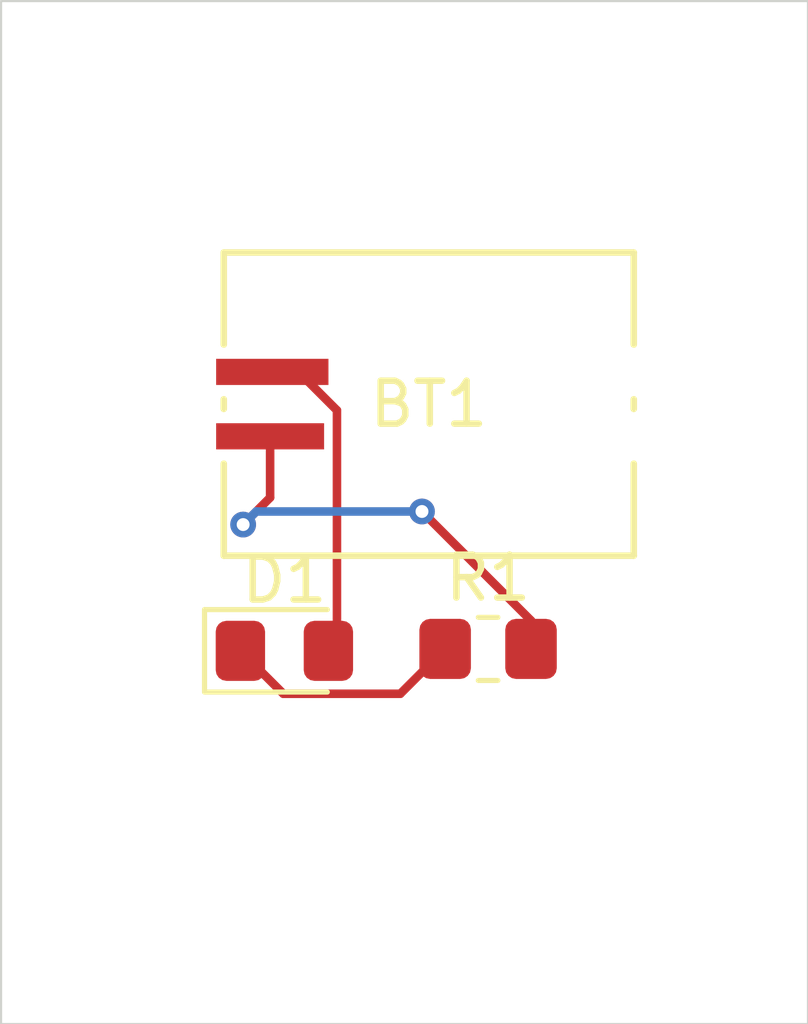
<source format=kicad_pcb>
(kicad_pcb (version 20240108) (generator "pcbnew") (generator_version "8.0")
  (layers (0 "F.Cu" signal) (31 "B.Cu" signal) (34 "B.Paste" user) (35 "F.Paste" user) (36 "B.SilkS" user "B.Silkscreen") (37 "F.SilkS" user "F.Silkscreen") (38 "B.Mask" user) (39 "F.Mask" user) (44 "Edge.Cuts" user))
  (net 0 "")
  (net 1 "Net-(BT1--)")
  (net 2 "Net-(BT1-+)")
  (net 3 "Net-(D1-K)")
  (footprint "Resistor_SMD:R_0805_2012Metric_Pad1.20x1.40mm_HandSolder" (layer "F.Cu") (at 140.8336 90.3224)
    (property "Reference" "R1" (at 0 -1.65 0) (layer "F.SilkS"))
    (property "Value" "R")
    (fp_line (start -0.227064 -0.735) (end 0.227064 -0.735) (stroke (width 0.12)) (layer "F.SilkS"))
    (fp_line (start -0.227064 0.735) (end 0.227064 0.735) (stroke (width 0.12)) (layer "F.SilkS"))
    (pad "1" smd roundrect (at -1 0) (size 1.2 1.4) (layers "F.Cu" "F.Paste" "F.Mask") (roundrect_rratio 0.208333) (net 3 "Net-(D1-K)"))
    (pad "2" smd roundrect (at 1 0) (size 1.2 1.4) (layers "F.Cu" "F.Paste" "F.Mask") (roundrect_rratio 0.208333) (net 1 "Net-(BT1--)"))
  )
  (footprint "FS_3_Global_Footprint_Library:MS621FE-FL11E_SEC" (layer "F.Cu") (at 139.4518 84.6212)
    (property "Reference" "BT1" (at 0 0 0) (layer "F.SilkS"))
    (property "Value" "Battery_Cell")
    (fp_line (start -4.7752 -3.5306) (end -4.7752 -1.387541) (stroke (width 0.1524)) (layer "F.SilkS"))
    (fp_line (start -4.7752 -0.112461) (end -4.7752 0.112461) (stroke (width 0.1524)) (layer "F.SilkS"))
    (fp_line (start -4.7752 1.387541) (end -4.7752 3.5306) (stroke (width 0.1524)) (layer "F.SilkS"))
    (fp_line (start -4.7752 3.5306) (end 4.7752 3.5306) (stroke (width 0.1524)) (layer "F.SilkS"))
    (fp_line (start 4.7752 -3.5306) (end -4.7752 -3.5306) (stroke (width 0.1524)) (layer "F.SilkS"))
    (fp_line (start 4.7752 -1.387541) (end 4.7752 -3.5306) (stroke (width 0.1524)) (layer "F.SilkS"))
    (fp_line (start 4.7752 0.112461) (end 4.7752 -0.112461) (stroke (width 0.1524)) (layer "F.SilkS"))
    (fp_line (start 4.7752 3.5306) (end 4.7752 1.387541) (stroke (width 0.1524)) (layer "F.SilkS"))
    (pad "1" smd rect (at -3.6449 -0.750001) (size 2.6162 0.6096) (layers "F.Cu" "F.Paste" "F.Mask") (net 2 "Net-(BT1-+)"))
    (pad "2" smd rect (at -3.6957 0.750001) (size 2.5146 0.6096) (layers "F.Cu" "F.Paste" "F.Mask") (net 1 "Net-(BT1--)"))
  )
  (footprint "LED_SMD:LED_0805_2012Metric_Pad1.15x1.40mm_HandSolder" (layer "F.Cu") (at 136.0886 90.3674)
    (property "Reference" "D1" (at 0 -1.65 0) (layer "F.SilkS"))
    (property "Value" "LED")
    (fp_line (start -1.86 -0.96) (end -1.86 0.96) (stroke (width 0.12)) (layer "F.SilkS"))
    (fp_line (start -1.86 0.96) (end 1 0.96) (stroke (width 0.12)) (layer "F.SilkS"))
    (fp_line (start 1 -0.96) (end -1.86 -0.96) (stroke (width 0.12)) (layer "F.SilkS"))
    (pad "1" smd roundrect (at -1.025 0) (size 1.15 1.4) (layers "F.Cu" "F.Paste" "F.Mask") (roundrect_rratio 0.217391) (net 3 "Net-(D1-K)"))
    (pad "2" smd roundrect (at 1.025 0) (size 1.15 1.4) (layers "F.Cu" "F.Paste" "F.Mask") (roundrect_rratio 0.217391) (net 2 "Net-(BT1-+)"))
  )
  (gr_rect (start 129.4892 75.2348) (end 148.2852 99.06) (stroke (width 0.05)) (fill none) (layer "Edge.Cuts"))
  (segment (start 141.8336 90.3224) (end 141.8336 89.662) (width 0.2) (layer "F.Cu") (net 1))
  (segment (start 135.7561 86.7987) (end 135.7561 85.371201) (width 0.2) (layer "F.Cu") (net 1))
  (segment (start 141.8336 89.662) (end 139.2936 87.122) (width 0.2) (layer "F.Cu") (net 1))
  (segment (start 135.128 87.4268) (end 135.7561 86.7987) (width 0.2) (layer "F.Cu") (net 1))
  (via (at 139.2936 87.122) (size 0.6) (drill 0.3) (layers "F.Cu" "B.Cu") (net 1))
  (via (at 135.128 87.4268) (size 0.6) (drill 0.3) (layers "F.Cu" "B.Cu") (net 1))
  (segment (start 135.4328 87.122) (end 135.128 87.4268) (width 0.2) (layer "B.Cu") (net 1))
  (segment (start 139.2936 87.122) (end 135.4328 87.122) (width 0.2) (layer "B.Cu") (net 1))
  (segment (start 137.1136 90.3674) (end 137.3134 90.1676) (width 0.2) (layer "F.Cu") (net 2))
  (segment (start 136.418198 83.871199) (end 135.8069 83.871199) (width 0.2) (layer "F.Cu") (net 2))
  (segment (start 137.3134 90.1676) (end 137.3134 84.766401) (width 0.2) (layer "F.Cu") (net 2))
  (segment (start 137.3134 84.766401) (end 136.418198 83.871199) (width 0.2) (layer "F.Cu") (net 2))
  (segment (start 138.7886 91.3674) (end 139.8336 90.3224) (width 0.2) (layer "F.Cu") (net 3))
  (segment (start 136.0636 91.3674) (end 138.7886 91.3674) (width 0.2) (layer "F.Cu") (net 3))
  (segment (start 135.0636 90.3674) (end 136.0636 91.3674) (width 0.2) (layer "F.Cu") (net 3))
)
</source>
